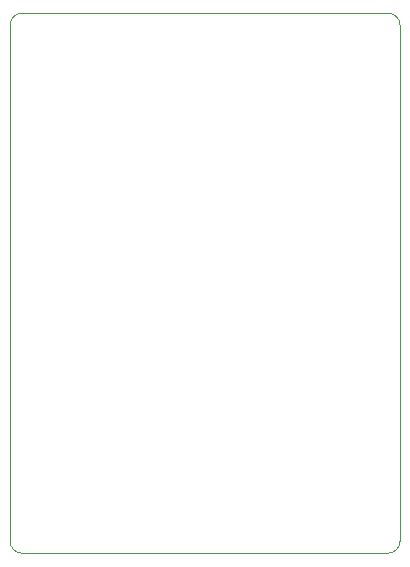
<source format=gm1>
%TF.GenerationSoftware,KiCad,Pcbnew,(6.0.0-0)*%
%TF.CreationDate,2022-06-16T21:01:12+01:00*%
%TF.ProjectId,icl7660-negative-supply-adapter,69636c37-3636-4302-9d6e-656761746976,rev?*%
%TF.SameCoordinates,Original*%
%TF.FileFunction,Profile,NP*%
%FSLAX46Y46*%
G04 Gerber Fmt 4.6, Leading zero omitted, Abs format (unit mm)*
G04 Created by KiCad (PCBNEW (6.0.0-0)) date 2022-06-16 21:01:12*
%MOMM*%
%LPD*%
G01*
G04 APERTURE LIST*
%TA.AperFunction,Profile*%
%ADD10C,0.050000*%
%TD*%
G04 APERTURE END LIST*
D10*
X123952000Y-122936000D02*
G75*
G03*
X124968000Y-123952000I1016000J0D01*
G01*
X155956000Y-123952000D02*
G75*
G03*
X156972000Y-122936000I0J1016000D01*
G01*
X156972000Y-79248000D02*
G75*
G03*
X155956000Y-78232000I-1016000J0D01*
G01*
X124968000Y-78232000D02*
G75*
G03*
X123952000Y-79248000I0J-1016000D01*
G01*
X156972000Y-122936000D02*
X156972000Y-79248000D01*
X124968000Y-123952000D02*
X155956000Y-123952000D01*
X123952000Y-79248000D02*
X123952000Y-122936000D01*
X155956000Y-78232000D02*
X124968000Y-78232000D01*
M02*

</source>
